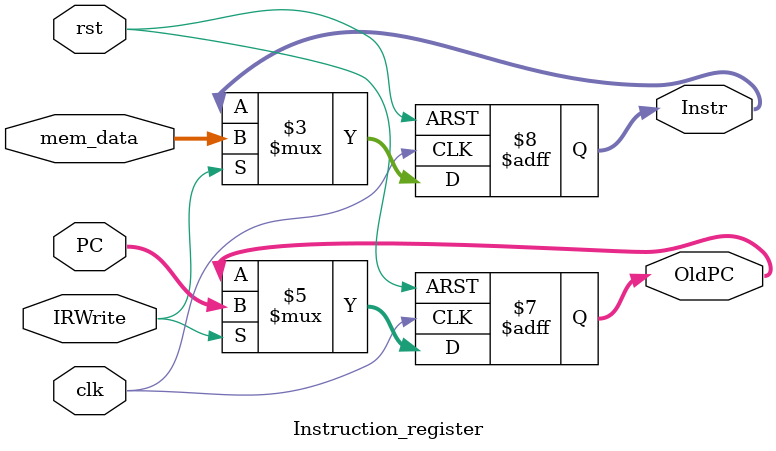
<source format=v>
module Instruction_register(
input rst,clk,IRWrite,
input [31:0]mem_data,PC,
output reg [31:0]OldPC,Instr
    );
    
    always @ (posedge clk or negedge rst) begin
     if (!rst) 
		begin
			Instr <= 0;
			OldPC <= 0;
		end 
      else if (IRWrite) 
		begin
			OldPC <= PC;
			Instr <= mem_data;
		end
    end
     
endmodule

</source>
